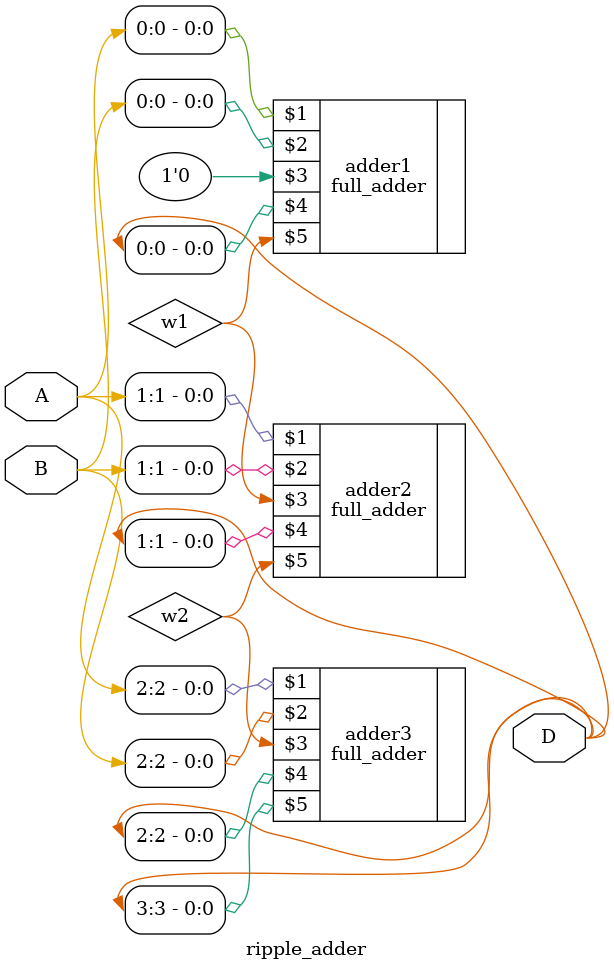
<source format=v>
module ripple_adder(A, B, D);
input [0:2] A, B;
output [0:3] D;
wire w1, w2;
full_adder adder1(A[0], B[0], 1'b0, D[0], w1);
full_adder adder2(A[1], B[1], w1, D[1], w2);
full_adder adder3(A[2], B[2], w2, D[2], D[3]);

endmodule
</source>
